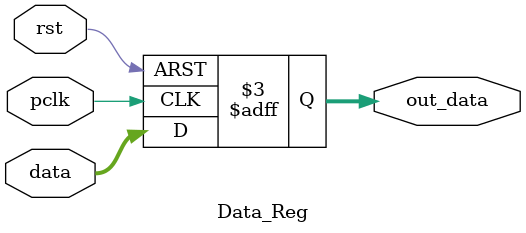
<source format=v>
module Data_Reg #(parameter DataWidth = 8)
				(
					input wire pclk,
					input wire rst,
					input wire [DataWidth-1:0] data,
					output reg [DataWidth-1:0] out_data
				);

always @(posedge pclk or negedge rst) begin
	if(!rst) begin
		out_data <= {DataWidth{1'b0}};
	end else begin
		out_data <= data;
	end
end
endmodule
</source>
